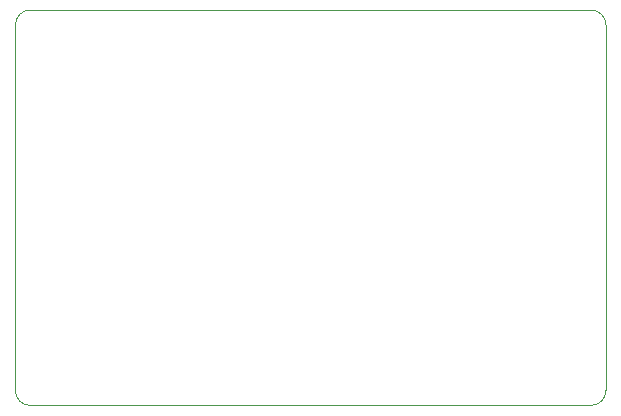
<source format=gm1>
G04 #@! TF.GenerationSoftware,KiCad,Pcbnew,7.0.5-0*
G04 #@! TF.CreationDate,2023-07-21T18:28:43+08:00*
G04 #@! TF.ProjectId,slimarm_hypericum,736c696d-6172-46d5-9f68-797065726963,rev?*
G04 #@! TF.SameCoordinates,Original*
G04 #@! TF.FileFunction,Profile,NP*
%FSLAX46Y46*%
G04 Gerber Fmt 4.6, Leading zero omitted, Abs format (unit mm)*
G04 Created by KiCad (PCBNEW 7.0.5-0) date 2023-07-21 18:28:43*
%MOMM*%
%LPD*%
G01*
G04 APERTURE LIST*
G04 #@! TA.AperFunction,Profile*
%ADD10C,0.100000*%
G04 #@! TD*
G04 APERTURE END LIST*
D10*
X73410000Y-74190000D02*
X73410000Y-105140000D01*
X23410000Y-105140000D02*
X23410000Y-74190000D01*
X72140000Y-106410000D02*
G75*
G03*
X73410000Y-105140000I0J1270000D01*
G01*
X24680000Y-72920000D02*
G75*
G03*
X23410000Y-74190000I0J-1270000D01*
G01*
X23410000Y-105140000D02*
G75*
G03*
X24680000Y-106410000I1270000J0D01*
G01*
X72140000Y-106410000D02*
X24680000Y-106410000D01*
X73410000Y-74190000D02*
G75*
G03*
X72140000Y-72920000I-1270000J0D01*
G01*
X24680000Y-72920000D02*
X72140000Y-72920000D01*
M02*

</source>
